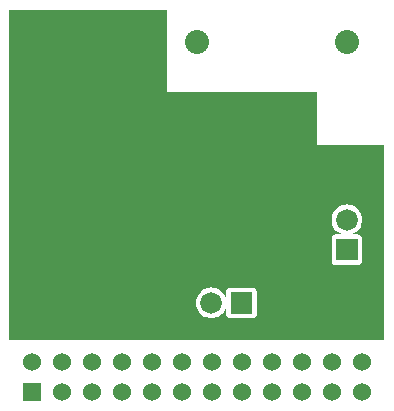
<source format=gbr>
G04 start of page 3 for group 1 idx 1 *
G04 Title: (unknown), GND *
G04 Creator: pcb 1.99z *
G04 CreationDate: Wed 27 Mar 2013 05:03:31 PM GMT UTC *
G04 For: nock *
G04 Format: Gerber/RS-274X *
G04 PCB-Dimensions (mil): 6000.00 5000.00 *
G04 PCB-Coordinate-Origin: lower left *
%MOIN*%
%FSLAX25Y25*%
%LNBOTTOM*%
%ADD33C,0.0590*%
%ADD32C,0.0420*%
%ADD31C,0.0380*%
%ADD30C,0.0350*%
%ADD29C,0.0800*%
%ADD28C,0.0720*%
%ADD27C,0.0600*%
%ADD26C,0.0001*%
G54D26*G36*
X307500Y285000D02*Y220000D01*
X294992D01*
Y244907D01*
X298835Y244914D01*
X299065Y244969D01*
X299283Y245059D01*
X299484Y245183D01*
X299664Y245336D01*
X299817Y245516D01*
X299941Y245717D01*
X300031Y245935D01*
X300086Y246165D01*
X300100Y246400D01*
X300086Y253835D01*
X300031Y254065D01*
X299941Y254283D01*
X299817Y254484D01*
X299664Y254664D01*
X299484Y254817D01*
X299283Y254941D01*
X299065Y255031D01*
X298835Y255086D01*
X298600Y255100D01*
X296420Y255096D01*
X296581Y255135D01*
X297322Y255442D01*
X298007Y255861D01*
X298617Y256383D01*
X299139Y256993D01*
X299558Y257678D01*
X299865Y258419D01*
X300053Y259200D01*
X300100Y260000D01*
X300053Y260800D01*
X299865Y261581D01*
X299558Y262322D01*
X299139Y263007D01*
X298617Y263617D01*
X298007Y264139D01*
X297322Y264558D01*
X296581Y264865D01*
X295800Y265053D01*
X295000Y265116D01*
X294992Y265115D01*
Y285000D01*
X307500D01*
G37*
G36*
X294992Y220000D02*X282500D01*
Y285000D01*
X294992D01*
Y265115D01*
X294200Y265053D01*
X293419Y264865D01*
X292678Y264558D01*
X291993Y264139D01*
X291383Y263617D01*
X290861Y263007D01*
X290442Y262322D01*
X290135Y261581D01*
X289947Y260800D01*
X289884Y260000D01*
X289947Y259200D01*
X290135Y258419D01*
X290442Y257678D01*
X290861Y256993D01*
X291383Y256383D01*
X291993Y255861D01*
X292678Y255442D01*
X293419Y255135D01*
X293602Y255091D01*
X291165Y255086D01*
X290935Y255031D01*
X290717Y254941D01*
X290516Y254817D01*
X290336Y254664D01*
X290183Y254484D01*
X290059Y254283D01*
X289969Y254065D01*
X289914Y253835D01*
X289900Y253600D01*
X289914Y246165D01*
X289969Y245935D01*
X290059Y245717D01*
X290183Y245516D01*
X290336Y245336D01*
X290516Y245183D01*
X290717Y245059D01*
X290935Y244969D01*
X291165Y244914D01*
X291400Y244900D01*
X294992Y244907D01*
Y220000D01*
G37*
G36*
X235000Y330000D02*Y220000D01*
X182500D01*
Y330000D01*
X235000D01*
G37*
G36*
X285000Y302500D02*Y220000D01*
X254834D01*
Y228163D01*
X254901Y228001D01*
X255025Y227799D01*
X255178Y227620D01*
X255358Y227467D01*
X255559Y227343D01*
X255777Y227253D01*
X256007Y227198D01*
X256242Y227184D01*
X263678Y227198D01*
X263907Y227253D01*
X264125Y227343D01*
X264327Y227467D01*
X264506Y227620D01*
X264659Y227799D01*
X264783Y228001D01*
X264873Y228219D01*
X264928Y228448D01*
X264942Y228684D01*
X264928Y236119D01*
X264873Y236349D01*
X264783Y236567D01*
X264659Y236768D01*
X264506Y236948D01*
X264327Y237101D01*
X264125Y237224D01*
X263907Y237315D01*
X263678Y237370D01*
X263442Y237384D01*
X256007Y237370D01*
X255777Y237315D01*
X255559Y237224D01*
X255358Y237101D01*
X255178Y236948D01*
X255025Y236768D01*
X254901Y236567D01*
X254834Y236405D01*
Y302500D01*
X285000D01*
G37*
G36*
X254834Y220000D02*X232500D01*
Y302500D01*
X254834D01*
Y236405D01*
X254811Y236349D01*
X254756Y236119D01*
X254742Y235884D01*
X254746Y233703D01*
X254707Y233865D01*
X254400Y234606D01*
X253981Y235291D01*
X253459Y235901D01*
X252849Y236423D01*
X252165Y236842D01*
X251423Y237149D01*
X250642Y237337D01*
X249842Y237400D01*
X249042Y237337D01*
X248261Y237149D01*
X247520Y236842D01*
X246835Y236423D01*
X246225Y235901D01*
X245703Y235291D01*
X245284Y234606D01*
X244977Y233865D01*
X244789Y233084D01*
X244726Y232284D01*
X244789Y231484D01*
X244977Y230703D01*
X245284Y229961D01*
X245703Y229277D01*
X246225Y228666D01*
X246835Y228145D01*
X247520Y227726D01*
X248261Y227419D01*
X249042Y227231D01*
X249842Y227168D01*
X250642Y227231D01*
X251423Y227419D01*
X252165Y227726D01*
X252849Y228145D01*
X253459Y228666D01*
X253981Y229277D01*
X254400Y229961D01*
X254707Y230703D01*
X254751Y230886D01*
X254756Y228448D01*
X254811Y228219D01*
X254834Y228163D01*
Y220000D01*
G37*
G54D27*X220000Y202500D03*
X230000D03*
X240000D03*
X250000D03*
G54D26*G36*
X187000Y205500D02*Y199500D01*
X193000D01*
Y205500D01*
X187000D01*
G37*
G54D27*X200000Y202500D03*
X210000D03*
X240000Y212500D03*
X230000D03*
X220000D03*
X210000D03*
X200000D03*
X190000D03*
X260000Y202500D03*
Y212500D03*
X250000D03*
G54D26*G36*
X256242Y235884D02*Y228684D01*
X263442D01*
Y235884D01*
X256242D01*
G37*
G54D28*X249842Y232284D03*
X239842D03*
G54D27*X270000Y202500D03*
Y212500D03*
X280000Y202500D03*
Y212500D03*
X290000Y202500D03*
X300000D03*
Y212500D03*
X290000D03*
G54D29*X295100Y319300D03*
G54D26*G36*
X291400Y253600D02*Y246400D01*
X298600D01*
Y253600D01*
X291400D01*
G37*
G54D28*X295000Y260000D03*
Y270000D03*
G54D29*X244900Y319300D03*
G54D27*X205000Y227500D03*
X275000Y295000D03*
G54D30*G54D31*G54D32*G54D31*G54D33*G54D32*G54D33*M02*

</source>
